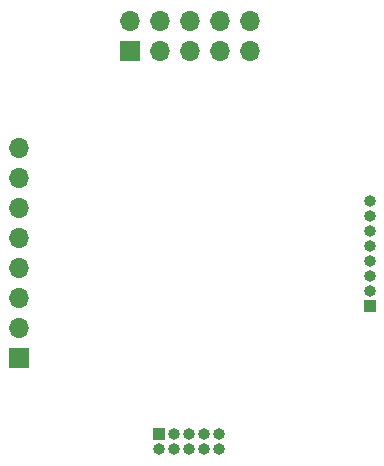
<source format=gbr>
%TF.GenerationSoftware,KiCad,Pcbnew,(5.1.12)-1*%
%TF.CreationDate,2022-08-10T22:12:13-07:00*%
%TF.ProjectId,JTAGAdapter,4a544147-4164-4617-9074-65722e6b6963,rev?*%
%TF.SameCoordinates,Original*%
%TF.FileFunction,Soldermask,Bot*%
%TF.FilePolarity,Negative*%
%FSLAX46Y46*%
G04 Gerber Fmt 4.6, Leading zero omitted, Abs format (unit mm)*
G04 Created by KiCad (PCBNEW (5.1.12)-1) date 2022-08-10 22:12:13*
%MOMM*%
%LPD*%
G01*
G04 APERTURE LIST*
%ADD10O,1.000000X1.000000*%
%ADD11R,1.000000X1.000000*%
%ADD12O,1.700000X1.700000*%
%ADD13R,1.700000X1.700000*%
G04 APERTURE END LIST*
D10*
%TO.C,J2*%
X177774600Y-95123000D03*
X177774600Y-96393000D03*
X177774600Y-97663000D03*
X177774600Y-98933000D03*
X177774600Y-100203000D03*
X177774600Y-101473000D03*
X177774600Y-102743000D03*
D11*
X177774600Y-104013000D03*
%TD*%
D10*
%TO.C,J4*%
X165023800Y-116103400D03*
X165023800Y-114833400D03*
X163753800Y-116103400D03*
X163753800Y-114833400D03*
X162483800Y-116103400D03*
X162483800Y-114833400D03*
X161213800Y-116103400D03*
X161213800Y-114833400D03*
X159943800Y-116103400D03*
D11*
X159943800Y-114833400D03*
%TD*%
D12*
%TO.C,J3*%
X167614600Y-79883000D03*
X167614600Y-82423000D03*
X165074600Y-79883000D03*
X165074600Y-82423000D03*
X162534600Y-79883000D03*
X162534600Y-82423000D03*
X159994600Y-79883000D03*
X159994600Y-82423000D03*
X157454600Y-79883000D03*
D13*
X157454600Y-82423000D03*
%TD*%
D12*
%TO.C,J1*%
X148107400Y-90627200D03*
X148107400Y-93167200D03*
X148107400Y-95707200D03*
X148107400Y-98247200D03*
X148107400Y-100787200D03*
X148107400Y-103327200D03*
X148107400Y-105867200D03*
D13*
X148107400Y-108407200D03*
%TD*%
M02*

</source>
